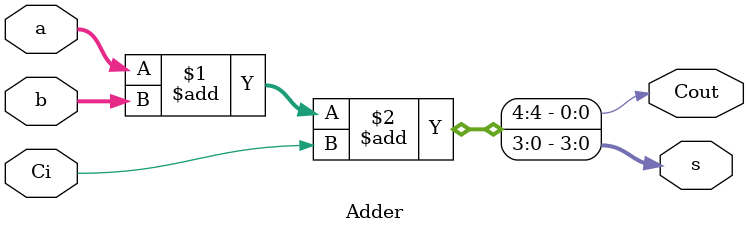
<source format=v>
`timescale 1ns / 1ns
module Adder(a,b,Ci,s,Cout);
input [3:0]a,b;
input Ci;
output [3:0]s;
output Cout;
assign {Cout,s}=a+b+Ci;
endmodule

</source>
